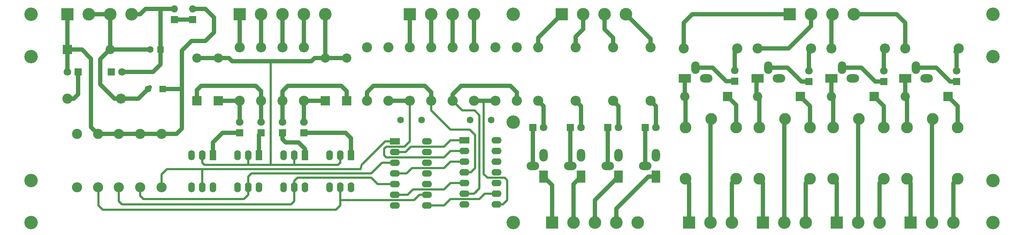
<source format=gbr>
G04 #@! TF.FileFunction,Copper,L2,Bot,Signal*
%FSLAX46Y46*%
G04 Gerber Fmt 4.6, Leading zero omitted, Abs format (unit mm)*
G04 Created by KiCad (PCBNEW 4.0.5+dfsg1-4) date Mon Apr  5 20:02:12 2021*
%MOMM*%
%LPD*%
G01*
G04 APERTURE LIST*
%ADD10C,0.100000*%
%ADD11C,1.600000*%
%ADD12R,1.600000X1.600000*%
%ADD13R,2.200000X2.200000*%
%ADD14O,2.200000X2.200000*%
%ADD15R,1.800000X1.800000*%
%ADD16C,1.800000*%
%ADD17C,3.000000*%
%ADD18R,3.000000X3.000000*%
%ADD19R,1.700000X1.700000*%
%ADD20O,1.700000X1.700000*%
%ADD21C,2.800000*%
%ADD22O,2.000000X3.000000*%
%ADD23R,3.000000X2.000000*%
%ADD24O,3.000000X2.000000*%
%ADD25C,2.400000*%
%ADD26O,2.400000X2.400000*%
%ADD27R,1.600000X2.400000*%
%ADD28O,1.600000X2.400000*%
%ADD29R,2.400000X1.600000*%
%ADD30O,2.400000X1.600000*%
%ADD31R,2.000000X3.000000*%
%ADD32C,3.200000*%
%ADD33C,1.000000*%
%ADD34C,0.500000*%
G04 APERTURE END LIST*
D10*
D11*
X124714000Y-98044000D03*
X119714000Y-98044000D03*
X141224000Y-98044000D03*
X136224000Y-98044000D03*
D12*
X63246000Y-90678000D03*
D11*
X59746000Y-90678000D03*
D13*
X76454000Y-93472000D03*
D14*
X76454000Y-83312000D03*
D15*
X81534000Y-101092000D03*
D16*
X81534000Y-98552000D03*
D15*
X86614000Y-101092000D03*
D16*
X86614000Y-98552000D03*
D15*
X91694000Y-101092000D03*
D16*
X91694000Y-98552000D03*
D15*
X96774000Y-101092000D03*
D16*
X96774000Y-98552000D03*
D15*
X199009000Y-88773000D03*
D16*
X199009000Y-86233000D03*
D15*
X216662000Y-88900000D03*
D16*
X216662000Y-86360000D03*
D15*
X234442000Y-88900000D03*
D16*
X234442000Y-86360000D03*
D15*
X251714000Y-88900000D03*
D16*
X251714000Y-86360000D03*
D13*
X197358000Y-92456000D03*
D14*
X187198000Y-92456000D03*
D17*
X86614000Y-72898000D03*
X91694000Y-72898000D03*
D18*
X81534000Y-72898000D03*
D17*
X96774000Y-72898000D03*
X101854000Y-72898000D03*
X127000000Y-72898000D03*
X132080000Y-72898000D03*
D18*
X121920000Y-72898000D03*
D17*
X137160000Y-72898000D03*
X45720000Y-72898000D03*
X50800000Y-72898000D03*
D18*
X40640000Y-72898000D03*
D17*
X55880000Y-72898000D03*
X217170000Y-72898000D03*
X222250000Y-72898000D03*
D18*
X212090000Y-72898000D03*
D17*
X227330000Y-72898000D03*
X163068000Y-72898000D03*
X168148000Y-72898000D03*
D18*
X157988000Y-72898000D03*
D17*
X173228000Y-72898000D03*
D18*
X188214000Y-122428000D03*
D17*
X193294000Y-122428000D03*
X198374000Y-122428000D03*
D18*
X205740000Y-122428000D03*
D17*
X210820000Y-122428000D03*
X215900000Y-122428000D03*
D18*
X223266000Y-122428000D03*
D17*
X228346000Y-122428000D03*
X233426000Y-122428000D03*
D18*
X240792000Y-122428000D03*
D17*
X245872000Y-122428000D03*
X250952000Y-122428000D03*
X160782000Y-122428000D03*
X165862000Y-122428000D03*
D18*
X155702000Y-122428000D03*
D17*
X170942000Y-122428000D03*
X176022000Y-122428000D03*
D19*
X70358000Y-74168000D03*
D20*
X70358000Y-71628000D03*
D19*
X66040000Y-74168000D03*
D20*
X66040000Y-71628000D03*
D21*
X193421000Y-97790000D03*
X187325000Y-112014000D03*
X187325000Y-99822000D03*
X199390000Y-112014000D03*
X199390000Y-99822000D03*
X210947000Y-97790000D03*
X204851000Y-112014000D03*
X204851000Y-99822000D03*
X216916000Y-112014000D03*
X216916000Y-99822000D03*
X228473000Y-97790000D03*
X222377000Y-112014000D03*
X222377000Y-99822000D03*
X234442000Y-112014000D03*
X234442000Y-99822000D03*
X245999000Y-97790000D03*
X239903000Y-112014000D03*
X239903000Y-99822000D03*
X251968000Y-112014000D03*
X251968000Y-99822000D03*
D22*
X189738000Y-85598000D03*
D23*
X187198000Y-88138000D03*
D24*
X192278000Y-88138000D03*
D22*
X207010000Y-85598000D03*
D23*
X204470000Y-88138000D03*
D24*
X209550000Y-88138000D03*
D22*
X224536000Y-85598000D03*
D23*
X221996000Y-88138000D03*
D24*
X227076000Y-88138000D03*
D22*
X242062000Y-85598000D03*
D23*
X239522000Y-88138000D03*
D24*
X244602000Y-88138000D03*
D25*
X81534000Y-93472000D03*
D26*
X81534000Y-80772000D03*
D25*
X62992000Y-101346000D03*
D26*
X62992000Y-114046000D03*
D25*
X57912000Y-101346000D03*
D26*
X57912000Y-114046000D03*
D25*
X52832000Y-101346000D03*
D26*
X52832000Y-114046000D03*
D25*
X47879000Y-101346000D03*
D26*
X47879000Y-114046000D03*
D25*
X186944000Y-81026000D03*
D26*
X199644000Y-81026000D03*
D27*
X75184000Y-106426000D03*
D28*
X70104000Y-114046000D03*
X72644000Y-106426000D03*
X72644000Y-114046000D03*
X70104000Y-106426000D03*
X75184000Y-114046000D03*
D27*
X86106000Y-106426000D03*
D28*
X81026000Y-114046000D03*
X83566000Y-106426000D03*
X83566000Y-114046000D03*
X81026000Y-106426000D03*
X86106000Y-114046000D03*
D27*
X97028000Y-106426000D03*
D28*
X91948000Y-114046000D03*
X94488000Y-106426000D03*
X94488000Y-114046000D03*
X91948000Y-106426000D03*
X97028000Y-114046000D03*
D27*
X107950000Y-106426000D03*
D28*
X102870000Y-114046000D03*
X105410000Y-106426000D03*
X105410000Y-114046000D03*
X102870000Y-106426000D03*
X107950000Y-114046000D03*
D29*
X118364000Y-103124000D03*
D30*
X125984000Y-118364000D03*
X118364000Y-105664000D03*
X125984000Y-115824000D03*
X118364000Y-108204000D03*
X125984000Y-113284000D03*
X118364000Y-110744000D03*
X125984000Y-110744000D03*
X118364000Y-113284000D03*
X125984000Y-108204000D03*
X118364000Y-115824000D03*
X125984000Y-105664000D03*
X118364000Y-118364000D03*
X125984000Y-103124000D03*
D29*
X134874000Y-102870000D03*
D30*
X142494000Y-118110000D03*
X134874000Y-105410000D03*
X142494000Y-115570000D03*
X134874000Y-107950000D03*
X142494000Y-113030000D03*
X134874000Y-110490000D03*
X142494000Y-110490000D03*
X134874000Y-113030000D03*
X142494000Y-107950000D03*
X134874000Y-115570000D03*
X142494000Y-105410000D03*
X134874000Y-118110000D03*
X142494000Y-102870000D03*
D15*
X43180000Y-86614000D03*
D16*
X40640000Y-86614000D03*
D25*
X137160000Y-80772000D03*
D26*
X137160000Y-93472000D03*
D12*
X62738000Y-81280000D03*
D11*
X60238000Y-81280000D03*
D13*
X71374000Y-93472000D03*
D14*
X71374000Y-83312000D03*
D13*
X106934000Y-93472000D03*
D14*
X106934000Y-83312000D03*
D13*
X101854000Y-93472000D03*
D14*
X101854000Y-83312000D03*
D13*
X40640000Y-81280000D03*
D14*
X50800000Y-81280000D03*
D25*
X86614000Y-93472000D03*
D26*
X86614000Y-80772000D03*
D25*
X91694000Y-93472000D03*
D26*
X91694000Y-80772000D03*
D25*
X96774000Y-93472000D03*
D26*
X96774000Y-80772000D03*
D25*
X40640000Y-92964000D03*
D26*
X53340000Y-92964000D03*
D13*
X214630000Y-92456000D03*
D14*
X204470000Y-92456000D03*
D13*
X232156000Y-92456000D03*
D14*
X221996000Y-92456000D03*
D13*
X249682000Y-92456000D03*
D14*
X239522000Y-92456000D03*
D24*
X151130000Y-108966000D03*
D31*
X153670000Y-111506000D03*
D22*
X153670000Y-106426000D03*
D24*
X160020000Y-108966000D03*
D31*
X162560000Y-111506000D03*
D22*
X162560000Y-106426000D03*
D24*
X168910000Y-108966000D03*
D31*
X171450000Y-111506000D03*
D22*
X171450000Y-106426000D03*
D24*
X177800000Y-108966000D03*
D31*
X180340000Y-111506000D03*
D22*
X180340000Y-106426000D03*
D15*
X151130000Y-99822000D03*
D16*
X153670000Y-99822000D03*
D15*
X160020000Y-99822000D03*
D16*
X162560000Y-99822000D03*
D15*
X168910000Y-99822000D03*
D16*
X171450000Y-99822000D03*
D15*
X177800000Y-99822000D03*
D16*
X180340000Y-99822000D03*
D25*
X116840000Y-80772000D03*
D26*
X116840000Y-93472000D03*
D25*
X111760000Y-80772000D03*
D26*
X111760000Y-93472000D03*
D25*
X147320000Y-80772000D03*
D26*
X147320000Y-93472000D03*
D25*
X142240000Y-80772000D03*
D26*
X142240000Y-93472000D03*
D25*
X204470000Y-81026000D03*
D26*
X217170000Y-81026000D03*
D25*
X221996000Y-81026000D03*
D26*
X234696000Y-81026000D03*
D25*
X239522000Y-81026000D03*
D26*
X252222000Y-81026000D03*
D25*
X152400000Y-80772000D03*
D26*
X152400000Y-93472000D03*
D25*
X161290000Y-80772000D03*
D26*
X161290000Y-93472000D03*
D25*
X170180000Y-80772000D03*
D26*
X170180000Y-93472000D03*
D25*
X121920000Y-80772000D03*
D26*
X121920000Y-93472000D03*
D25*
X127000000Y-80772000D03*
D26*
X127000000Y-93472000D03*
D25*
X132080000Y-80772000D03*
D26*
X132080000Y-93472000D03*
D25*
X179070000Y-80772000D03*
D26*
X179070000Y-93472000D03*
D32*
X32004000Y-72898000D03*
X32004000Y-82931000D03*
X32004000Y-122428000D03*
X32004000Y-112395000D03*
X260350000Y-72898000D03*
X260350000Y-82931000D03*
X260350000Y-122428000D03*
X260350000Y-112395000D03*
X146431000Y-72898000D03*
X146431000Y-122428000D03*
X146431000Y-98552000D03*
D15*
X51054000Y-86614000D03*
D16*
X53594000Y-86614000D03*
D25*
X42926000Y-101346000D03*
D26*
X42926000Y-114046000D03*
D33*
X44069000Y-81280000D02*
X46228000Y-83439000D01*
X46228000Y-99695000D02*
X47879000Y-101346000D01*
X46228000Y-83439000D02*
X46228000Y-99695000D01*
X216916000Y-99822000D02*
X216916000Y-94742000D01*
X216916000Y-94742000D02*
X214630000Y-92456000D01*
X48006000Y-101346000D02*
X52832000Y-101346000D01*
X52832000Y-101346000D02*
X57912000Y-101346000D01*
X57912000Y-101346000D02*
X62992000Y-101346000D01*
X63246000Y-90678000D02*
X67818000Y-90678000D01*
X40640000Y-81280000D02*
X44069000Y-81280000D01*
X62992000Y-101346000D02*
X66548000Y-101346000D01*
X66548000Y-101346000D02*
X67818000Y-100076000D01*
X67818000Y-100076000D02*
X67818000Y-90678000D01*
X67818000Y-90678000D02*
X67818000Y-81534000D01*
X67818000Y-81534000D02*
X70104000Y-79248000D01*
X70104000Y-79248000D02*
X73406000Y-79248000D01*
X73406000Y-79248000D02*
X75438000Y-77216000D01*
X75438000Y-77216000D02*
X75438000Y-73660000D01*
X75438000Y-73660000D02*
X73406000Y-71628000D01*
X73406000Y-71628000D02*
X70358000Y-71628000D01*
X40640000Y-81280000D02*
X40640000Y-86614000D01*
X40640000Y-72898000D02*
X40640000Y-81280000D01*
X251968000Y-99822000D02*
X251968000Y-94742000D01*
X251968000Y-94742000D02*
X249682000Y-92456000D01*
X234442000Y-99822000D02*
X234442000Y-94742000D01*
X234442000Y-94742000D02*
X232156000Y-92456000D01*
X199390000Y-99822000D02*
X199390000Y-94488000D01*
X199390000Y-94488000D02*
X197358000Y-92456000D01*
X53340000Y-92964000D02*
X57460000Y-92964000D01*
X57460000Y-92964000D02*
X59746000Y-90678000D01*
X50800000Y-81280000D02*
X50673000Y-81280000D01*
X50673000Y-81280000D02*
X48387000Y-83566000D01*
X48387000Y-89535000D02*
X51816000Y-92964000D01*
X48387000Y-83566000D02*
X48387000Y-89535000D01*
X51816000Y-92964000D02*
X53340000Y-92964000D01*
X50800000Y-72898000D02*
X50800000Y-81280000D01*
X50800000Y-81280000D02*
X60238000Y-81280000D01*
X60238000Y-81280000D02*
X60198000Y-81320000D01*
X60198000Y-90226000D02*
X59746000Y-90678000D01*
X45720000Y-72898000D02*
X50800000Y-72898000D01*
X53594000Y-86614000D02*
X60960000Y-86614000D01*
X60960000Y-86614000D02*
X62738000Y-84836000D01*
X62738000Y-84836000D02*
X62738000Y-81280000D01*
X62738000Y-81534000D02*
X62738000Y-71628000D01*
X55880000Y-72898000D02*
X57912000Y-72898000D01*
X59182000Y-71628000D02*
X62738000Y-71628000D01*
X62738000Y-71628000D02*
X66040000Y-71628000D01*
X57912000Y-72898000D02*
X59182000Y-71628000D01*
X76454000Y-93472000D02*
X81534000Y-93472000D01*
X81534000Y-98552000D02*
X81534000Y-93472000D01*
X71374000Y-83312000D02*
X76454000Y-83312000D01*
X71374000Y-83312000D02*
X78994000Y-83312000D01*
X79756000Y-84074000D02*
X88900000Y-84074000D01*
X78994000Y-83312000D02*
X79756000Y-84074000D01*
D34*
X88900000Y-108712000D02*
X88900000Y-84074000D01*
X83566000Y-106426000D02*
X83566000Y-108712000D01*
X94488000Y-108712000D02*
X88900000Y-108712000D01*
X88900000Y-108712000D02*
X83566000Y-108712000D01*
X83566000Y-108712000D02*
X73152000Y-108712000D01*
X72644000Y-108204000D02*
X72644000Y-106426000D01*
X73152000Y-108712000D02*
X72644000Y-108204000D01*
X105410000Y-106426000D02*
X105410000Y-108204000D01*
X94488000Y-108712000D02*
X94488000Y-106426000D01*
X104902000Y-108712000D02*
X94488000Y-108712000D01*
X105410000Y-108204000D02*
X104902000Y-108712000D01*
D33*
X88900000Y-84074000D02*
X89154000Y-84074000D01*
X89154000Y-84074000D02*
X98552000Y-84074000D01*
X98552000Y-84074000D02*
X99314000Y-83312000D01*
X99314000Y-83312000D02*
X101854000Y-83312000D01*
X106934000Y-83312000D02*
X101854000Y-83312000D01*
X101854000Y-83312000D02*
X101854000Y-72898000D01*
X71374000Y-93472000D02*
X71374000Y-90932000D01*
X86614000Y-91186000D02*
X86614000Y-93472000D01*
X85344000Y-89916000D02*
X86614000Y-91186000D01*
X72390000Y-89916000D02*
X85344000Y-89916000D01*
X71374000Y-90932000D02*
X72390000Y-89916000D01*
X86614000Y-98552000D02*
X86614000Y-93472000D01*
X91694000Y-93472000D02*
X91694000Y-91186000D01*
X106934000Y-91186000D02*
X106934000Y-93472000D01*
X105664000Y-89916000D02*
X106934000Y-91186000D01*
X92964000Y-89916000D02*
X105664000Y-89916000D01*
X91694000Y-91186000D02*
X92964000Y-89916000D01*
X91694000Y-98552000D02*
X91694000Y-93472000D01*
X96774000Y-98552000D02*
X96774000Y-93472000D01*
X96774000Y-93472000D02*
X101854000Y-93472000D01*
X75184000Y-106426000D02*
X75184000Y-103378000D01*
X77470000Y-101092000D02*
X81534000Y-101092000D01*
X75184000Y-103378000D02*
X77470000Y-101092000D01*
X86106000Y-106426000D02*
X86106000Y-101600000D01*
X86106000Y-101600000D02*
X86614000Y-101092000D01*
X97028000Y-106426000D02*
X97028000Y-104902000D01*
X91694000Y-102616000D02*
X91694000Y-101092000D01*
X92456000Y-103378000D02*
X91694000Y-102616000D01*
X95504000Y-103378000D02*
X92456000Y-103378000D01*
X97028000Y-104902000D02*
X95504000Y-103378000D01*
X96774000Y-101092000D02*
X106680000Y-101092000D01*
X107950000Y-102362000D02*
X107950000Y-106426000D01*
X106680000Y-101092000D02*
X107950000Y-102362000D01*
X43180000Y-86614000D02*
X43180000Y-91948000D01*
X42164000Y-92964000D02*
X40640000Y-92964000D01*
X43180000Y-91948000D02*
X42164000Y-92964000D01*
X189738000Y-85598000D02*
X193802000Y-85598000D01*
X196977000Y-88773000D02*
X199009000Y-88773000D01*
X193802000Y-85598000D02*
X196977000Y-88773000D01*
X199009000Y-86233000D02*
X199009000Y-81661000D01*
X199009000Y-81661000D02*
X199644000Y-81026000D01*
X207010000Y-85598000D02*
X211582000Y-85598000D01*
X214884000Y-88900000D02*
X216662000Y-88900000D01*
X211582000Y-85598000D02*
X214884000Y-88900000D01*
X216662000Y-86360000D02*
X216662000Y-81534000D01*
X216662000Y-81534000D02*
X217170000Y-81026000D01*
X224536000Y-85598000D02*
X229108000Y-85598000D01*
X232410000Y-88900000D02*
X234442000Y-88900000D01*
X229108000Y-85598000D02*
X232410000Y-88900000D01*
X234442000Y-86360000D02*
X234442000Y-81280000D01*
X234442000Y-81280000D02*
X234696000Y-81026000D01*
X242062000Y-85598000D02*
X246888000Y-85598000D01*
X250190000Y-88900000D02*
X251714000Y-88900000D01*
X246888000Y-85598000D02*
X250190000Y-88900000D01*
X251714000Y-86360000D02*
X251714000Y-81534000D01*
X251714000Y-81534000D02*
X252222000Y-81026000D01*
X251460000Y-81788000D02*
X252222000Y-81026000D01*
X151130000Y-99822000D02*
X151130000Y-108966000D01*
X153670000Y-99822000D02*
X153670000Y-94742000D01*
X153670000Y-94742000D02*
X152400000Y-93472000D01*
X160020000Y-108966000D02*
X160020000Y-99822000D01*
X162560000Y-99822000D02*
X162560000Y-94742000D01*
X162560000Y-94742000D02*
X161290000Y-93472000D01*
X168910000Y-108966000D02*
X168910000Y-99822000D01*
X171450000Y-99822000D02*
X171450000Y-94742000D01*
X171450000Y-94742000D02*
X170180000Y-93472000D01*
X177800000Y-108966000D02*
X177800000Y-99822000D01*
X180340000Y-99822000D02*
X180340000Y-94742000D01*
X180340000Y-94742000D02*
X179070000Y-93472000D01*
X187198000Y-92456000D02*
X187198000Y-88138000D01*
X187325000Y-99822000D02*
X187325000Y-92583000D01*
X187325000Y-92583000D02*
X187198000Y-92456000D01*
X204851000Y-99822000D02*
X204851000Y-92837000D01*
X204597000Y-92837000D02*
X204216000Y-92456000D01*
X204216000Y-92456000D02*
X204216000Y-88138000D01*
X221996000Y-92456000D02*
X221996000Y-88138000D01*
X222377000Y-99822000D02*
X222377000Y-92837000D01*
X222377000Y-92837000D02*
X221996000Y-92456000D01*
X239903000Y-99822000D02*
X239903000Y-92837000D01*
X239903000Y-92837000D02*
X239522000Y-92456000D01*
X239522000Y-92456000D02*
X239522000Y-88138000D01*
X86614000Y-80772000D02*
X86614000Y-72898000D01*
X91694000Y-80772000D02*
X91694000Y-72898000D01*
X81534000Y-80772000D02*
X81534000Y-72898000D01*
X96774000Y-80772000D02*
X96774000Y-72898000D01*
X127000000Y-80772000D02*
X127000000Y-72898000D01*
X132080000Y-72898000D02*
X132080000Y-80772000D01*
X121920000Y-72898000D02*
X121920000Y-80772000D01*
X137160000Y-72898000D02*
X137160000Y-80772000D01*
X204470000Y-81026000D02*
X211836000Y-81026000D01*
X217170000Y-75692000D02*
X217170000Y-72898000D01*
X211836000Y-81026000D02*
X217170000Y-75692000D01*
X221996000Y-81026000D02*
X221996000Y-73152000D01*
X221996000Y-73152000D02*
X222250000Y-72898000D01*
X186944000Y-81026000D02*
X186944000Y-74930000D01*
X188976000Y-72898000D02*
X212090000Y-72898000D01*
X186944000Y-74930000D02*
X188976000Y-72898000D01*
X227330000Y-72898000D02*
X237490000Y-72898000D01*
X239522000Y-74930000D02*
X239522000Y-81026000D01*
X237490000Y-72898000D02*
X239522000Y-74930000D01*
X161290000Y-80772000D02*
X161290000Y-78232000D01*
X163068000Y-76454000D02*
X163068000Y-72898000D01*
X161290000Y-78232000D02*
X163068000Y-76454000D01*
X170180000Y-80772000D02*
X170180000Y-78486000D01*
X168148000Y-76454000D02*
X168148000Y-72898000D01*
X170180000Y-78486000D02*
X168148000Y-76454000D01*
X152400000Y-80772000D02*
X152400000Y-78486000D01*
X152400000Y-78486000D02*
X157988000Y-72898000D01*
X179070000Y-80772000D02*
X179070000Y-78740000D01*
X179070000Y-78740000D02*
X173228000Y-72898000D01*
X188214000Y-122428000D02*
X188214000Y-112903000D01*
X188214000Y-112903000D02*
X187325000Y-112014000D01*
X193294000Y-122428000D02*
X193294000Y-97917000D01*
X193294000Y-97917000D02*
X193421000Y-97790000D01*
X198374000Y-122428000D02*
X198374000Y-113030000D01*
X198374000Y-113030000D02*
X199390000Y-112014000D01*
X205740000Y-122428000D02*
X205740000Y-112903000D01*
X205740000Y-112903000D02*
X204851000Y-112014000D01*
X210820000Y-122428000D02*
X210820000Y-97917000D01*
X210820000Y-97917000D02*
X210947000Y-97790000D01*
X215900000Y-122428000D02*
X215900000Y-113030000D01*
X215900000Y-113030000D02*
X216916000Y-112014000D01*
X223266000Y-122428000D02*
X223266000Y-112903000D01*
X228346000Y-122428000D02*
X228346000Y-97917000D01*
X228346000Y-97917000D02*
X228473000Y-97790000D01*
X233426000Y-122428000D02*
X233426000Y-113030000D01*
X233426000Y-113030000D02*
X234442000Y-112014000D01*
X240792000Y-122428000D02*
X240792000Y-112903000D01*
X240792000Y-112903000D02*
X239903000Y-112014000D01*
X245872000Y-122428000D02*
X245872000Y-97917000D01*
X245872000Y-97917000D02*
X245999000Y-97790000D01*
X250952000Y-122428000D02*
X250952000Y-113030000D01*
X250952000Y-113030000D02*
X251968000Y-112014000D01*
X160782000Y-122428000D02*
X160782000Y-113284000D01*
X160782000Y-113284000D02*
X162560000Y-111506000D01*
X165862000Y-122428000D02*
X165862000Y-117094000D01*
X165862000Y-117094000D02*
X171450000Y-111506000D01*
X155702000Y-122428000D02*
X155702000Y-113538000D01*
X155702000Y-113538000D02*
X153670000Y-111506000D01*
X170942000Y-122428000D02*
X170942000Y-119126000D01*
X178562000Y-111506000D02*
X180340000Y-111506000D01*
X170942000Y-119126000D02*
X178562000Y-111506000D01*
X66040000Y-74168000D02*
X70358000Y-74168000D01*
D34*
X72644000Y-114046000D02*
X72644000Y-109728000D01*
X86360000Y-109728000D02*
X72644000Y-109728000D01*
X72644000Y-109728000D02*
X64262000Y-109728000D01*
X64262000Y-109728000D02*
X62992000Y-110998000D01*
X62992000Y-110998000D02*
X62992000Y-114046000D01*
X115824000Y-103378000D02*
X116078000Y-103124000D01*
X110236000Y-109728000D02*
X86360000Y-109728000D01*
X110236000Y-109728000D02*
X110490000Y-108712000D01*
X112014000Y-107188000D02*
X115062000Y-104140000D01*
X115062000Y-104140000D02*
X115824000Y-103378000D01*
X110490000Y-108712000D02*
X112014000Y-107188000D01*
X116078000Y-103124000D02*
X118364000Y-103124000D01*
X109728000Y-110744000D02*
X112776000Y-110744000D01*
X115316000Y-108204000D02*
X118364000Y-108204000D01*
X112776000Y-110744000D02*
X115316000Y-108204000D01*
X83566000Y-111760000D02*
X83566000Y-111506000D01*
X83566000Y-111506000D02*
X84328000Y-110744000D01*
X84328000Y-110744000D02*
X109728000Y-110744000D01*
X57912000Y-114046000D02*
X57912000Y-116078000D01*
X83566000Y-115824000D02*
X83566000Y-114046000D01*
X82550000Y-116840000D02*
X83566000Y-115824000D01*
X58674000Y-116840000D02*
X82550000Y-116840000D01*
X57912000Y-116078000D02*
X58674000Y-116840000D01*
X83566000Y-114046000D02*
X83566000Y-111760000D01*
X109728000Y-111760000D02*
X112776000Y-111760000D01*
X94488000Y-114046000D02*
X94488000Y-112522000D01*
X94488000Y-112522000D02*
X95250000Y-111760000D01*
X95250000Y-111760000D02*
X95504000Y-111760000D01*
X112776000Y-111760000D02*
X114300000Y-113284000D01*
X114300000Y-113284000D02*
X118364000Y-113284000D01*
X95250000Y-111760000D02*
X95504000Y-111760000D01*
X95504000Y-111760000D02*
X109728000Y-111760000D01*
X52832000Y-114046000D02*
X52832000Y-117348000D01*
X94488000Y-117348000D02*
X94488000Y-114046000D01*
X93726000Y-118110000D02*
X94488000Y-117348000D01*
X53594000Y-118110000D02*
X93726000Y-118110000D01*
X52832000Y-117348000D02*
X53594000Y-118110000D01*
X116078000Y-117094000D02*
X105410000Y-117094000D01*
X48006000Y-114046000D02*
X48006000Y-118364000D01*
X48006000Y-118364000D02*
X49022000Y-119380000D01*
X49022000Y-119380000D02*
X104394000Y-119380000D01*
X104394000Y-119380000D02*
X105410000Y-118364000D01*
X105410000Y-118364000D02*
X105410000Y-117094000D01*
X105410000Y-117094000D02*
X105410000Y-114046000D01*
X124206000Y-115824000D02*
X125984000Y-115824000D01*
X122936000Y-117094000D02*
X124206000Y-115824000D01*
X116078000Y-117094000D02*
X122936000Y-117094000D01*
X115824000Y-106426000D02*
X115824000Y-104902000D01*
X134874000Y-105410000D02*
X131572000Y-105410000D01*
X131572000Y-105410000D02*
X130048000Y-106934000D01*
X130048000Y-106934000D02*
X116332000Y-106934000D01*
X116332000Y-106934000D02*
X115824000Y-106426000D01*
X115824000Y-104902000D02*
X116332000Y-104394000D01*
X116332000Y-104394000D02*
X120650000Y-104394000D01*
X120650000Y-104394000D02*
X121920000Y-103124000D01*
X121920000Y-103124000D02*
X121920000Y-93472000D01*
D33*
X121920000Y-93472000D02*
X116840000Y-93472000D01*
D34*
X136398000Y-110490000D02*
X137414000Y-109474000D01*
X137414000Y-101600000D02*
X137287000Y-101473000D01*
X137414000Y-109474000D02*
X137414000Y-101600000D01*
X137287000Y-101473000D02*
X136144000Y-100330000D01*
X134874000Y-110490000D02*
X136398000Y-110490000D01*
X127000000Y-95758000D02*
X127000000Y-93472000D01*
X131572000Y-100330000D02*
X127000000Y-95758000D01*
X136144000Y-100330000D02*
X131572000Y-100330000D01*
D33*
X111760000Y-93472000D02*
X111760000Y-91440000D01*
X127000000Y-91440000D02*
X127000000Y-93472000D01*
X125476000Y-89916000D02*
X127000000Y-91440000D01*
X113284000Y-89916000D02*
X125476000Y-89916000D01*
X111760000Y-91440000D02*
X113284000Y-89916000D01*
D34*
X134874000Y-115570000D02*
X137160000Y-115570000D01*
X137160000Y-115570000D02*
X138430000Y-114300000D01*
X137541000Y-115189000D02*
X137160000Y-115570000D01*
X137541000Y-115189000D02*
X138430000Y-114300000D01*
X138430000Y-96901000D02*
X137287000Y-95758000D01*
X138430000Y-114300000D02*
X138430000Y-96901000D01*
X134366000Y-95758000D02*
X132080000Y-93472000D01*
X137287000Y-95758000D02*
X134366000Y-95758000D01*
D33*
X132080000Y-93472000D02*
X132080000Y-91948000D01*
X147320000Y-91440000D02*
X147320000Y-93472000D01*
X145796000Y-89916000D02*
X147320000Y-91440000D01*
X134112000Y-89916000D02*
X145796000Y-89916000D01*
X132080000Y-91948000D02*
X134112000Y-89916000D01*
D34*
X144018000Y-118110000D02*
X145034000Y-117094000D01*
X145034000Y-112395000D02*
X144653000Y-112014000D01*
X145034000Y-117094000D02*
X145034000Y-112395000D01*
X139446000Y-110871000D02*
X139446000Y-93472000D01*
X140335000Y-111760000D02*
X139446000Y-110871000D01*
X144399000Y-111760000D02*
X140335000Y-111760000D01*
X144653000Y-112014000D02*
X144399000Y-111760000D01*
X142494000Y-118110000D02*
X144018000Y-118110000D01*
D33*
X137160000Y-93472000D02*
X139446000Y-93472000D01*
X139446000Y-93472000D02*
X142240000Y-93472000D01*
D34*
X125984000Y-118364000D02*
X130048000Y-118364000D01*
X139700000Y-115570000D02*
X142494000Y-115570000D01*
X138430000Y-116840000D02*
X139700000Y-115570000D01*
X131572000Y-116840000D02*
X138430000Y-116840000D01*
X130048000Y-118364000D02*
X131572000Y-116840000D01*
X118364000Y-105664000D02*
X120904000Y-105664000D01*
X131572000Y-102870000D02*
X134874000Y-102870000D01*
X130048000Y-104394000D02*
X131572000Y-102870000D01*
X122174000Y-104394000D02*
X130048000Y-104394000D01*
X120904000Y-105664000D02*
X122174000Y-104394000D01*
X118364000Y-110744000D02*
X121158000Y-110744000D01*
X131572000Y-107950000D02*
X134874000Y-107950000D01*
X130048000Y-109474000D02*
X131572000Y-107950000D01*
X122428000Y-109474000D02*
X130048000Y-109474000D01*
X121158000Y-110744000D02*
X122428000Y-109474000D01*
X118364000Y-115824000D02*
X121412000Y-115824000D01*
X131572000Y-113030000D02*
X134874000Y-113030000D01*
X130048000Y-114554000D02*
X131572000Y-113030000D01*
X122682000Y-114554000D02*
X130048000Y-114554000D01*
X121412000Y-115824000D02*
X122682000Y-114554000D01*
M02*

</source>
